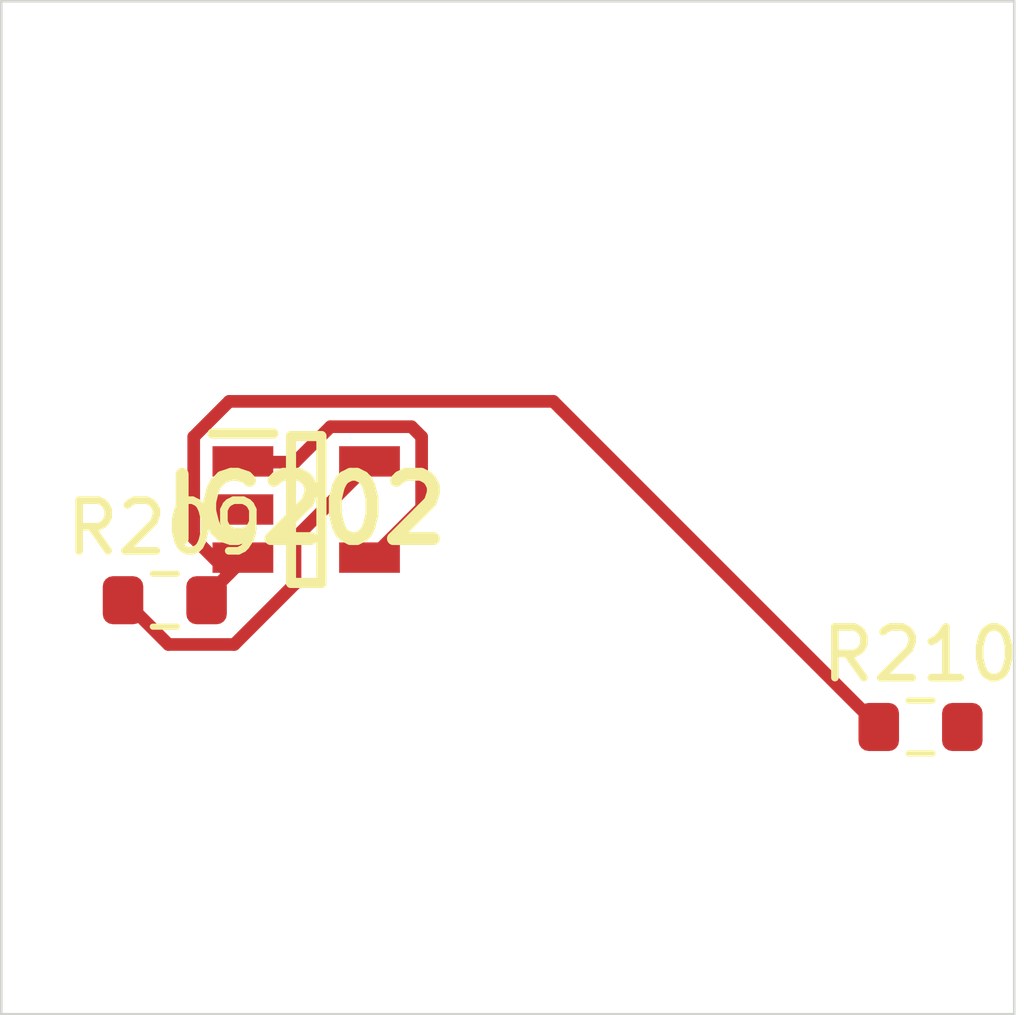
<source format=kicad_pcb>
 ( kicad_pcb  ( version 20171130 )
 ( host pcbnew 5.1.12-84ad8e8a86~92~ubuntu18.04.1 )
 ( general  ( thickness 1.6 )
 ( drawings 4 )
 ( tracks 0 )
 ( zones 0 )
 ( modules 3 )
 ( nets 5 )
)
 ( page A4 )
 ( layers  ( 0 F.Cu signal )
 ( 31 B.Cu signal )
 ( 32 B.Adhes user )
 ( 33 F.Adhes user )
 ( 34 B.Paste user )
 ( 35 F.Paste user )
 ( 36 B.SilkS user )
 ( 37 F.SilkS user )
 ( 38 B.Mask user )
 ( 39 F.Mask user )
 ( 40 Dwgs.User user )
 ( 41 Cmts.User user )
 ( 42 Eco1.User user )
 ( 43 Eco2.User user )
 ( 44 Edge.Cuts user )
 ( 45 Margin user )
 ( 46 B.CrtYd user )
 ( 47 F.CrtYd user )
 ( 48 B.Fab user )
 ( 49 F.Fab user )
)
 ( setup  ( last_trace_width 0.25 )
 ( trace_clearance 0.2 )
 ( zone_clearance 0.508 )
 ( zone_45_only no )
 ( trace_min 0.2 )
 ( via_size 0.8 )
 ( via_drill 0.4 )
 ( via_min_size 0.4 )
 ( via_min_drill 0.3 )
 ( uvia_size 0.3 )
 ( uvia_drill 0.1 )
 ( uvias_allowed no )
 ( uvia_min_size 0.2 )
 ( uvia_min_drill 0.1 )
 ( edge_width 0.05 )
 ( segment_width 0.2 )
 ( pcb_text_width 0.3 )
 ( pcb_text_size 1.5 1.5 )
 ( mod_edge_width 0.12 )
 ( mod_text_size 1 1 )
 ( mod_text_width 0.15 )
 ( pad_size 1.524 1.524 )
 ( pad_drill 0.762 )
 ( pad_to_mask_clearance 0 )
 ( aux_axis_origin 0 0 )
 ( visible_elements FFFFFF7F )
 ( pcbplotparams  ( layerselection 0x010fc_ffffffff )
 ( usegerberextensions false )
 ( usegerberattributes true )
 ( usegerberadvancedattributes true )
 ( creategerberjobfile true )
 ( excludeedgelayer true )
 ( linewidth 0.100000 )
 ( plotframeref false )
 ( viasonmask false )
 ( mode 1 )
 ( useauxorigin false )
 ( hpglpennumber 1 )
 ( hpglpenspeed 20 )
 ( hpglpendiameter 15.000000 )
 ( psnegative false )
 ( psa4output false )
 ( plotreference true )
 ( plotvalue true )
 ( plotinvisibletext false )
 ( padsonsilk false )
 ( subtractmaskfromsilk false )
 ( outputformat 1 )
 ( mirror false )
 ( drillshape 1 )
 ( scaleselection 1 )
 ( outputdirectory "" )
)
)
 ( net 0 "" )
 ( net 1 GND )
 ( net 2 VDDA )
 ( net 3 /Sheet6235D886/vp )
 ( net 4 "Net-(IC202-Pad3)" )
 ( net_class Default "This is the default net class."  ( clearance 0.2 )
 ( trace_width 0.25 )
 ( via_dia 0.8 )
 ( via_drill 0.4 )
 ( uvia_dia 0.3 )
 ( uvia_drill 0.1 )
 ( add_net /Sheet6235D886/vp )
 ( add_net GND )
 ( add_net "Net-(IC202-Pad3)" )
 ( add_net VDDA )
)
 ( module SOT95P280X145-5N locked  ( layer F.Cu )
 ( tedit 62336ED7 )
 ( tstamp 623423ED )
 ( at 86.020900 110.035000 )
 ( descr DBV0005A )
 ( tags "Integrated Circuit" )
 ( path /6235D887/6266C08E )
 ( attr smd )
 ( fp_text reference IC202  ( at 0 0 )
 ( layer F.SilkS )
 ( effects  ( font  ( size 1.27 1.27 )
 ( thickness 0.254 )
)
)
)
 ( fp_text value TL071HIDBVR  ( at 0 0 )
 ( layer F.SilkS )
hide  ( effects  ( font  ( size 1.27 1.27 )
 ( thickness 0.254 )
)
)
)
 ( fp_line  ( start -1.85 -1.5 )
 ( end -0.65 -1.5 )
 ( layer F.SilkS )
 ( width 0.2 )
)
 ( fp_line  ( start -0.3 1.45 )
 ( end -0.3 -1.45 )
 ( layer F.SilkS )
 ( width 0.2 )
)
 ( fp_line  ( start 0.3 1.45 )
 ( end -0.3 1.45 )
 ( layer F.SilkS )
 ( width 0.2 )
)
 ( fp_line  ( start 0.3 -1.45 )
 ( end 0.3 1.45 )
 ( layer F.SilkS )
 ( width 0.2 )
)
 ( fp_line  ( start -0.3 -1.45 )
 ( end 0.3 -1.45 )
 ( layer F.SilkS )
 ( width 0.2 )
)
 ( fp_line  ( start -0.8 -0.5 )
 ( end 0.15 -1.45 )
 ( layer Dwgs.User )
 ( width 0.1 )
)
 ( fp_line  ( start -0.8 1.45 )
 ( end -0.8 -1.45 )
 ( layer Dwgs.User )
 ( width 0.1 )
)
 ( fp_line  ( start 0.8 1.45 )
 ( end -0.8 1.45 )
 ( layer Dwgs.User )
 ( width 0.1 )
)
 ( fp_line  ( start 0.8 -1.45 )
 ( end 0.8 1.45 )
 ( layer Dwgs.User )
 ( width 0.1 )
)
 ( fp_line  ( start -0.8 -1.45 )
 ( end 0.8 -1.45 )
 ( layer Dwgs.User )
 ( width 0.1 )
)
 ( fp_line  ( start -2.1 1.775 )
 ( end -2.1 -1.775 )
 ( layer Dwgs.User )
 ( width 0.05 )
)
 ( fp_line  ( start 2.1 1.775 )
 ( end -2.1 1.775 )
 ( layer Dwgs.User )
 ( width 0.05 )
)
 ( fp_line  ( start 2.1 -1.775 )
 ( end 2.1 1.775 )
 ( layer Dwgs.User )
 ( width 0.05 )
)
 ( fp_line  ( start -2.1 -1.775 )
 ( end 2.1 -1.775 )
 ( layer Dwgs.User )
 ( width 0.05 )
)
 ( pad 1 smd rect  ( at -1.25 -0.95 90.000000 )
 ( size 0.6 1.2 )
 ( layers F.Cu F.Mask F.Paste )
 ( net 3 /Sheet6235D886/vp )
)
 ( pad 2 smd rect  ( at -1.25 0 90.000000 )
 ( size 0.6 1.2 )
 ( layers F.Cu F.Mask F.Paste )
 ( net 1 GND )
)
 ( pad 3 smd rect  ( at -1.25 0.95 90.000000 )
 ( size 0.6 1.2 )
 ( layers F.Cu F.Mask F.Paste )
 ( net 4 "Net-(IC202-Pad3)" )
)
 ( pad 4 smd rect  ( at 1.25 0.95 90.000000 )
 ( size 0.6 1.2 )
 ( layers F.Cu F.Mask F.Paste )
 ( net 3 /Sheet6235D886/vp )
)
 ( pad 5 smd rect  ( at 1.25 -0.95 90.000000 )
 ( size 0.6 1.2 )
 ( layers F.Cu F.Mask F.Paste )
 ( net 2 VDDA )
)
)
 ( module Resistor_SMD:R_0603_1608Metric  ( layer F.Cu )
 ( tedit 5F68FEEE )
 ( tstamp 62342595 )
 ( at 83.229000 111.826000 )
 ( descr "Resistor SMD 0603 (1608 Metric), square (rectangular) end terminal, IPC_7351 nominal, (Body size source: IPC-SM-782 page 72, https://www.pcb-3d.com/wordpress/wp-content/uploads/ipc-sm-782a_amendment_1_and_2.pdf), generated with kicad-footprint-generator" )
 ( tags resistor )
 ( path /6235D887/623CDBD9 )
 ( attr smd )
 ( fp_text reference R209  ( at 0 -1.43 )
 ( layer F.SilkS )
 ( effects  ( font  ( size 1 1 )
 ( thickness 0.15 )
)
)
)
 ( fp_text value 100k  ( at 0 1.43 )
 ( layer F.Fab )
 ( effects  ( font  ( size 1 1 )
 ( thickness 0.15 )
)
)
)
 ( fp_line  ( start -0.8 0.4125 )
 ( end -0.8 -0.4125 )
 ( layer F.Fab )
 ( width 0.1 )
)
 ( fp_line  ( start -0.8 -0.4125 )
 ( end 0.8 -0.4125 )
 ( layer F.Fab )
 ( width 0.1 )
)
 ( fp_line  ( start 0.8 -0.4125 )
 ( end 0.8 0.4125 )
 ( layer F.Fab )
 ( width 0.1 )
)
 ( fp_line  ( start 0.8 0.4125 )
 ( end -0.8 0.4125 )
 ( layer F.Fab )
 ( width 0.1 )
)
 ( fp_line  ( start -0.237258 -0.5225 )
 ( end 0.237258 -0.5225 )
 ( layer F.SilkS )
 ( width 0.12 )
)
 ( fp_line  ( start -0.237258 0.5225 )
 ( end 0.237258 0.5225 )
 ( layer F.SilkS )
 ( width 0.12 )
)
 ( fp_line  ( start -1.48 0.73 )
 ( end -1.48 -0.73 )
 ( layer F.CrtYd )
 ( width 0.05 )
)
 ( fp_line  ( start -1.48 -0.73 )
 ( end 1.48 -0.73 )
 ( layer F.CrtYd )
 ( width 0.05 )
)
 ( fp_line  ( start 1.48 -0.73 )
 ( end 1.48 0.73 )
 ( layer F.CrtYd )
 ( width 0.05 )
)
 ( fp_line  ( start 1.48 0.73 )
 ( end -1.48 0.73 )
 ( layer F.CrtYd )
 ( width 0.05 )
)
 ( fp_text user %R  ( at 0 0 )
 ( layer F.Fab )
 ( effects  ( font  ( size 0.4 0.4 )
 ( thickness 0.06 )
)
)
)
 ( pad 1 smd roundrect  ( at -0.825 0 )
 ( size 0.8 0.95 )
 ( layers F.Cu F.Mask F.Paste )
 ( roundrect_rratio 0.25 )
 ( net 2 VDDA )
)
 ( pad 2 smd roundrect  ( at 0.825 0 )
 ( size 0.8 0.95 )
 ( layers F.Cu F.Mask F.Paste )
 ( roundrect_rratio 0.25 )
 ( net 4 "Net-(IC202-Pad3)" )
)
 ( model ${KISYS3DMOD}/Resistor_SMD.3dshapes/R_0603_1608Metric.wrl  ( at  ( xyz 0 0 0 )
)
 ( scale  ( xyz 1 1 1 )
)
 ( rotate  ( xyz 0 0 0 )
)
)
)
 ( module Resistor_SMD:R_0603_1608Metric  ( layer F.Cu )
 ( tedit 5F68FEEE )
 ( tstamp 623425A6 )
 ( at 98.150600 114.329000 )
 ( descr "Resistor SMD 0603 (1608 Metric), square (rectangular) end terminal, IPC_7351 nominal, (Body size source: IPC-SM-782 page 72, https://www.pcb-3d.com/wordpress/wp-content/uploads/ipc-sm-782a_amendment_1_and_2.pdf), generated with kicad-footprint-generator" )
 ( tags resistor )
 ( path /6235D887/623CDBDF )
 ( attr smd )
 ( fp_text reference R210  ( at 0 -1.43 )
 ( layer F.SilkS )
 ( effects  ( font  ( size 1 1 )
 ( thickness 0.15 )
)
)
)
 ( fp_text value 100k  ( at 0 1.43 )
 ( layer F.Fab )
 ( effects  ( font  ( size 1 1 )
 ( thickness 0.15 )
)
)
)
 ( fp_line  ( start 1.48 0.73 )
 ( end -1.48 0.73 )
 ( layer F.CrtYd )
 ( width 0.05 )
)
 ( fp_line  ( start 1.48 -0.73 )
 ( end 1.48 0.73 )
 ( layer F.CrtYd )
 ( width 0.05 )
)
 ( fp_line  ( start -1.48 -0.73 )
 ( end 1.48 -0.73 )
 ( layer F.CrtYd )
 ( width 0.05 )
)
 ( fp_line  ( start -1.48 0.73 )
 ( end -1.48 -0.73 )
 ( layer F.CrtYd )
 ( width 0.05 )
)
 ( fp_line  ( start -0.237258 0.5225 )
 ( end 0.237258 0.5225 )
 ( layer F.SilkS )
 ( width 0.12 )
)
 ( fp_line  ( start -0.237258 -0.5225 )
 ( end 0.237258 -0.5225 )
 ( layer F.SilkS )
 ( width 0.12 )
)
 ( fp_line  ( start 0.8 0.4125 )
 ( end -0.8 0.4125 )
 ( layer F.Fab )
 ( width 0.1 )
)
 ( fp_line  ( start 0.8 -0.4125 )
 ( end 0.8 0.4125 )
 ( layer F.Fab )
 ( width 0.1 )
)
 ( fp_line  ( start -0.8 -0.4125 )
 ( end 0.8 -0.4125 )
 ( layer F.Fab )
 ( width 0.1 )
)
 ( fp_line  ( start -0.8 0.4125 )
 ( end -0.8 -0.4125 )
 ( layer F.Fab )
 ( width 0.1 )
)
 ( fp_text user %R  ( at 0 0 )
 ( layer F.Fab )
 ( effects  ( font  ( size 0.4 0.4 )
 ( thickness 0.06 )
)
)
)
 ( pad 2 smd roundrect  ( at 0.825 0 )
 ( size 0.8 0.95 )
 ( layers F.Cu F.Mask F.Paste )
 ( roundrect_rratio 0.25 )
 ( net 1 GND )
)
 ( pad 1 smd roundrect  ( at -0.825 0 )
 ( size 0.8 0.95 )
 ( layers F.Cu F.Mask F.Paste )
 ( roundrect_rratio 0.25 )
 ( net 4 "Net-(IC202-Pad3)" )
)
 ( model ${KISYS3DMOD}/Resistor_SMD.3dshapes/R_0603_1608Metric.wrl  ( at  ( xyz 0 0 0 )
)
 ( scale  ( xyz 1 1 1 )
)
 ( rotate  ( xyz 0 0 0 )
)
)
)
 ( gr_line  ( start 100 100 )
 ( end 100 120 )
 ( layer Edge.Cuts )
 ( width 0.05 )
 ( tstamp 62E770C4 )
)
 ( gr_line  ( start 80 120 )
 ( end 100 120 )
 ( layer Edge.Cuts )
 ( width 0.05 )
 ( tstamp 62E770C0 )
)
 ( gr_line  ( start 80 100 )
 ( end 100 100 )
 ( layer Edge.Cuts )
 ( width 0.05 )
 ( tstamp 6234110C )
)
 ( gr_line  ( start 80 100 )
 ( end 80 120 )
 ( layer Edge.Cuts )
 ( width 0.05 )
)
 ( segment  ( start 82.400001 111.800002 )
 ( end 83.300001 112.700002 )
 ( width 0.250000 )
 ( layer F.Cu )
 ( net 2 )
)
 ( segment  ( start 83.300001 112.700002 )
 ( end 84.600001 112.700002 )
 ( width 0.250000 )
 ( layer F.Cu )
 ( net 2 )
)
 ( segment  ( start 84.600001 112.700002 )
 ( end 85.800001 111.500002 )
 ( width 0.250000 )
 ( layer F.Cu )
 ( net 2 )
)
 ( segment  ( start 85.800001 111.500002 )
 ( end 85.800001 110.600002 )
 ( width 0.250000 )
 ( layer F.Cu )
 ( net 2 )
)
 ( segment  ( start 85.800001 110.600002 )
 ( end 87.300001 109.100002 )
 ( width 0.250000 )
 ( layer F.Cu )
 ( net 2 )
)
 ( segment  ( start 87.300001 111.000002 )
 ( end 88.300001 110.000002 )
 ( width 0.250000 )
 ( layer F.Cu )
 ( net 3 )
)
 ( segment  ( start 88.300001 110.000002 )
 ( end 88.300001 108.600002 )
 ( width 0.250000 )
 ( layer F.Cu )
 ( net 3 )
)
 ( segment  ( start 88.300001 108.600002 )
 ( end 88.100001 108.400002 )
 ( width 0.250000 )
 ( layer F.Cu )
 ( net 3 )
)
 ( segment  ( start 88.100001 108.400002 )
 ( end 86.500001 108.400002 )
 ( width 0.250000 )
 ( layer F.Cu )
 ( net 3 )
)
 ( segment  ( start 86.500001 108.400002 )
 ( end 85.800001 109.100002 )
 ( width 0.250000 )
 ( layer F.Cu )
 ( net 3 )
)
 ( segment  ( start 85.800001 109.100002 )
 ( end 84.800001 109.100002 )
 ( width 0.250000 )
 ( layer F.Cu )
 ( net 3 )
)
 ( segment  ( start 84.100001 111.800002 )
 ( end 84.100001 111.700002 )
 ( width 0.250000 )
 ( layer F.Cu )
 ( net 4 )
)
 ( segment  ( start 84.100001 111.700002 )
 ( end 84.800001 111.000002 )
 ( width 0.250000 )
 ( layer F.Cu )
 ( net 4 )
)
 ( segment  ( start 97.300001 114.300002 )
 ( end 90.900001 107.900002 )
 ( width 0.250000 )
 ( layer F.Cu )
 ( net 4 )
)
 ( segment  ( start 90.900001 107.900002 )
 ( end 84.500001 107.900002 )
 ( width 0.250000 )
 ( layer F.Cu )
 ( net 4 )
)
 ( segment  ( start 84.500001 107.900002 )
 ( end 83.800001 108.600002 )
 ( width 0.250000 )
 ( layer F.Cu )
 ( net 4 )
)
 ( segment  ( start 83.800001 108.600002 )
 ( end 83.800001 110.600002 )
 ( width 0.250000 )
 ( layer F.Cu )
 ( net 4 )
)
 ( segment  ( start 83.800001 110.600002 )
 ( end 84.500001 111.300002 )
 ( width 0.250000 )
 ( layer F.Cu )
 ( net 4 )
)
)

</source>
